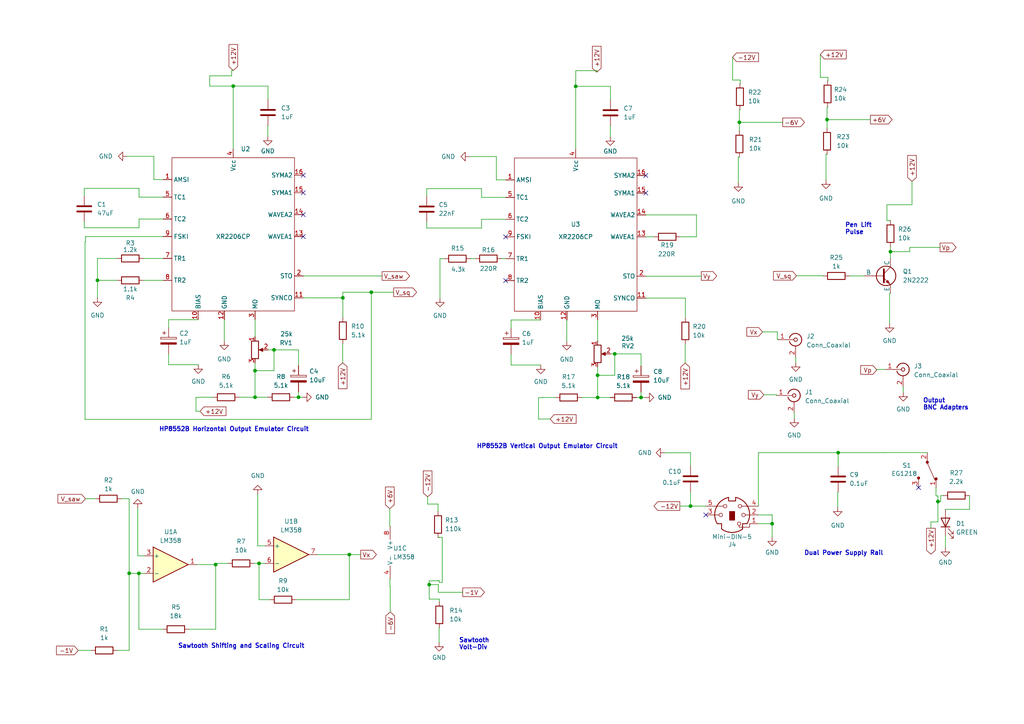
<source format=kicad_sch>
(kicad_sch (version 20230121) (generator eeschema)
  (paper "A4")
  (title_block (title "HP141T Emulator Design") (date "2025-04-10") (rev "v02") (company "by Bonga Njamela") (comment 1 "Research Project") (comment 2 "EEE4022F 2025") (comment 3 "University of Cape Town"))
  (lib_symbols
    (symbol "Amplifier_Operational:LM358" (pin_names (offset 0.127))
      (property "Reference" "U" (at 0 5.08 0))
      (property "Value" "LM358" (at 0 -5.08 0))
      (symbol "LM358_1_1"
        (polyline (pts (xy -5.08 5.08) (xy 5.08 0) (xy -5.08 -5.08) (xy -5.08 5.08)) (stroke (width 0.254)) (fill (type background)))
        (pin output line (at 7.62 0 180) (length 2.54) (name "~") (number "1"))
        (pin input line (at -7.62 -2.54 0) (length 2.54) (name "-") (number "2"))
        (pin input line (at -7.62 2.54 0) (length 2.54) (name "+") (number "3"))
      )
      (symbol "LM358_2_1"
        (polyline (pts (xy -5.08 5.08) (xy 5.08 0) (xy -5.08 -5.08) (xy -5.08 5.08)) (stroke (width 0.254)) (fill (type background)))
        (pin input line (at -7.62 2.54 0) (length 2.54) (name "+") (number "5"))
        (pin input line (at -7.62 -2.54 0) (length 2.54) (name "-") (number "6"))
        (pin output line (at 7.62 0 180) (length 2.54) (name "~") (number "7"))
      )
      (symbol "LM358_3_1"
        (pin power_in line (at -2.54 -7.62 90) (length 3.81) (name "V-") (number "4"))
        (pin power_in line (at -2.54 7.62 270) (length 3.81) (name "V+") (number "8"))
      )
    )
    (symbol "Connector:Conn_Coaxial" (pin_names (offset 1.016) hide)
      (property "Reference" "J" (at 0.254 3.048 0))
      (property "Value" "Conn_Coaxial" (at 2.921 0 90))
      (symbol "Conn_Coaxial_0_1"
        (arc (start -1.778 -0.508) (mid 0.2311 -1.8066) (end 1.778 0) (stroke (width 0.254)))
        (polyline (pts (xy -2.54 0) (xy -0.508 0)))
        (polyline (pts (xy 0 -2.54) (xy 0 -1.778)))
        (circle (center 0 0) (radius 0.508) (stroke (width 0.2032)))
        (arc (start 1.778 0) (mid 0.2099 1.8101) (end -1.778 0.508) (stroke (width 0.254)))
      )
      (symbol "Conn_Coaxial_1_1"
        (pin passive line (at -5.08 0 0) (length 2.54) (name "In") (number "1"))
        (pin passive line (at 0 -5.08 90) (length 2.54) (name "Ext") (number "2"))
      )
    )
    (symbol "Connector:Mini-DIN-5" (pin_names (offset 1.016))
      (property "Reference" "J" (at 0 6.35 0))
      (property "Value" "Mini-DIN-5" (at 0 -6.35 0))
      (symbol "Mini-DIN-5_0_1"
        (circle (center -3.302 0) (radius 0.508))
        (arc (start -3.048 -4.064) (mid 0 -5.08) (end 3.048 -4.064) (stroke (width 0.254)))
        (circle (center -2.032 2.54) (radius 0.508))
        (arc (start -1.016 5.08) (mid -4.6228 2.1214) (end -4.318 -2.54) (stroke (width 0.254)))
        (rectangle (start -0.762 1.016) (end 0.762 -1.524) (fill (type outline)))
        (polyline (pts (xy -3.81 0) (xy -5.08 0)))
        (polyline (pts (xy -2.54 2.54) (xy -5.08 2.54)))
        (polyline (pts (xy 2.794 2.54) (xy 5.08 2.54)))
        (polyline (pts (xy 5.08 0) (xy 3.81 0)))
        (polyline (pts (xy -4.318 -2.54) (xy -3.048 -2.54) (xy -3.048 -4.064)) (stroke (width 0.254)))
        (polyline (pts (xy 4.318 -2.54) (xy 3.048 -2.54) (xy 3.048 -4.064)) (stroke (width 0.254)))
        (polyline (pts (xy -1.016 5.08) (xy -1.016 4.064) (xy 1.016 4.064) (xy 1.016 5.08)) (stroke (width 0.254)))
        (polyline (pts (xy 2.032 -3.048) (xy 2.032 -3.556) (xy 5.08 -3.556) (xy 5.08 -2.54)))
        (circle (center 2.032 -2.54) (radius 0.508))
        (circle (center 2.286 2.54) (radius 0.508))
        (circle (center 3.302 0) (radius 0.508))
        (arc (start 4.318 -2.54) (mid 4.6661 2.1322) (end 1.016 5.08) (stroke (width 0.254)))
      )
      (symbol "Mini-DIN-5_1_1"
        (pin passive line (at 7.62 -2.54 180) (length 2.54) (name "~") (number "1"))
        (pin passive line (at 7.62 0 180) (length 2.54) (name "~") (number "2"))
        (pin passive line (at -7.62 0 0) (length 2.54) (name "~") (number "3"))
        (pin passive line (at 7.62 2.54 180) (length 2.54) (name "~") (number "4"))
        (pin passive line (at -7.62 2.54 0) (length 2.54) (name "~") (number "5"))
      )
    )
    (symbol "Device:C" (pin_numbers hide) (pin_names (offset 0.254))
      (property "Reference" "C" (at 0.635 2.54 0))
      (property "Value" "C" (at 0.635 -2.54 0))
      (symbol "C_0_1"
        (polyline (pts (xy -2.032 -0.762) (xy 2.032 -0.762)) (stroke (width 0.508)))
        (polyline (pts (xy -2.032 0.762) (xy 2.032 0.762)) (stroke (width 0.508)))
      )
      (symbol "C_1_1"
        (pin passive line (at 0 3.81 270) (length 2.794) (name "~") (number "1"))
        (pin passive line (at 0 -3.81 90) (length 2.794) (name "~") (number "2"))
      )
    )
    (symbol "Device:C_Polarized" (pin_numbers hide) (pin_names (offset 0.254))
      (property "Reference" "C" (at 0.635 2.54 0))
      (property "Value" "C_Polarized" (at 0.635 -2.54 0))
      (symbol "C_Polarized_0_1"
        (rectangle (start -2.286 0.508) (end 2.286 1.016))
        (polyline (pts (xy -1.778 2.286) (xy -0.762 2.286)))
        (polyline (pts (xy -1.27 2.794) (xy -1.27 1.778)))
        (rectangle (start 2.286 -0.508) (end -2.286 -1.016) (fill (type outline)))
      )
      (symbol "C_Polarized_1_1"
        (pin passive line (at 0 3.81 270) (length 2.794) (name "~") (number "1"))
        (pin passive line (at 0 -3.81 90) (length 2.794) (name "~") (number "2"))
      )
    )
    (symbol "Device:LED" (pin_numbers hide) (pin_names (offset 1.016) hide)
      (property "Reference" "D" (at 0 2.54 0))
      (property "Value" "LED" (at 0 -2.54 0))
      (symbol "LED_0_1"
        (polyline (pts (xy -1.27 -1.27) (xy -1.27 1.27)) (stroke (width 0.254)))
        (polyline (pts (xy -1.27 0) (xy 1.27 0)))
        (polyline (pts (xy 1.27 -1.27) (xy 1.27 1.27) (xy -1.27 0) (xy 1.27 -1.27)) (stroke (width 0.254)))
        (polyline (pts (xy -3.048 -0.762) (xy -4.572 -2.286) (xy -3.81 -2.286) (xy -4.572 -2.286) (xy -4.572 -1.524)))
        (polyline (pts (xy -1.778 -0.762) (xy -3.302 -2.286) (xy -2.54 -2.286) (xy -3.302 -2.286) (xy -3.302 -1.524)))
      )
      (symbol "LED_1_1"
        (pin passive line (at -3.81 0 0) (length 2.54) (name "K") (number "1"))
        (pin passive line (at 3.81 0 180) (length 2.54) (name "A") (number "2"))
      )
    )
    (symbol "Device:R" (pin_numbers hide) (pin_names (offset 0))
      (property "Reference" "R" (at 2.032 0 90))
      (property "Value" "R" (at 0 0 90))
      (symbol "R_0_1"
        (rectangle (start -1.016 -2.54) (end 1.016 2.54) (stroke (width 0.254)))
      )
      (symbol "R_1_1"
        (pin passive line (at 0 3.81 270) (length 1.27) (name "~") (number "1"))
        (pin passive line (at 0 -3.81 90) (length 1.27) (name "~") (number "2"))
      )
    )
    (symbol "Device:R_Potentiometer" (pin_names (offset 1.016) hide)
      (property "Reference" "RV" (at -4.445 0 90))
      (property "Value" "R_Potentiometer" (at -2.54 0 90))
      (symbol "R_Potentiometer_0_1"
        (polyline (pts (xy 2.54 0) (xy 1.524 0)))
        (polyline (pts (xy 1.143 0) (xy 2.286 0.508) (xy 2.286 -0.508) (xy 1.143 0)) (fill (type outline)))
        (rectangle (start 1.016 2.54) (end -1.016 -2.54) (stroke (width 0.254)))
      )
      (symbol "R_Potentiometer_1_1"
        (pin passive line (at 0 3.81 270) (length 1.27) (name "1") (number "1"))
        (pin passive line (at 3.81 0 180) (length 1.27) (name "2") (number "2"))
        (pin passive line (at 0 -3.81 90) (length 1.27) (name "3") (number "3"))
      )
    )
    (symbol "Simulation_SPICE:NPN" (pin_numbers hide) (pin_names (offset 0))
      (property "Reference" "Q" (at -2.54 7.62 0))
      (property "Value" "NPN" (at -2.54 5.08 0))
      (symbol "NPN_0_1"
        (polyline (pts (xy -2.54 0) (xy 0.635 0)) (stroke (width 0.1524)))
        (polyline (pts (xy 0.635 0.635) (xy 2.54 2.54)))
        (polyline (pts (xy 2.794 -1.27) (xy 2.794 -1.27)) (stroke (width 0.1524)))
        (polyline (pts (xy 2.794 -1.27) (xy 2.794 -1.27)) (stroke (width 0.1524)))
        (polyline (pts (xy 0.635 -0.635) (xy 2.54 -2.54) (xy 2.54 -2.54)))
        (polyline (pts (xy 0.635 1.905) (xy 0.635 -1.905) (xy 0.635 -1.905)) (stroke (width 0.508)))
        (polyline (pts (xy 1.27 -1.778) (xy 1.778 -1.27) (xy 2.286 -2.286) (xy 1.27 -1.778) (xy 1.27 -1.778)) (fill (type outline)))
        (circle (center 1.27 0) (radius 2.8194) (stroke (width 0.254)))
      )
      (symbol "NPN_1_1"
        (pin open_collector line (at 2.54 5.08 270) (length 2.54) (name "C") (number "1"))
        (pin input line (at -5.08 0 0) (length 2.54) (name "B") (number "2"))
        (pin open_emitter line (at 2.54 -5.08 90) (length 2.54) (name "E") (number "3"))
      )
    )
    (symbol "dk_Slide-Switches:EG1218" (pin_names (offset 0))
      (property "Reference" "S" (at -3.81 2.286 0))
      (property "Value" "EG1218" (at 0 -5.334 0))
      (symbol "EG1218_0_1"
        (circle (center -2.286 0) (radius 0.3556) (fill (type outline)))
        (polyline (pts (xy -2.032 0) (xy 3.048 2.286)))
        (circle (center 2.286 -2.54) (radius 0.3556) (fill (type outline)))
        (circle (center 2.54 2.54) (radius 0.3556) (fill (type outline)))
      )
      (symbol "EG1218_1_1"
        (pin passive line (at 5.08 2.54 180) (length 2.54) (name "~") (number "1"))
        (pin passive line (at -5.08 0 0) (length 2.54) (name "~") (number "2"))
        (pin passive line (at 5.08 -2.54 180) (length 2.54) (name "~") (number "3"))
      )
    )
    (symbol "power:GND" (power) (pin_names (offset 0))
      (property "Value" "GND" (at 0 -3.81 0))
      (symbol "GND_0_1"
        (polyline (pts (xy 0 0) (xy 0 -1.27) (xy 1.27 -1.27) (xy 0 -2.54) (xy -1.27 -1.27) (xy 0 -1.27)))
      )
      (symbol "GND_1_1"
        (pin power_in line (at 0 0 270) (length 0) hide (name "GND") (number "1"))
      )
    )
    (symbol "xr2206:xr2206cp"
      (property "Reference" "U1" (at 2.1941 25.4 0))
      (property "Value" "XR2206CP" (at 0 0 0))
      (symbol "xr2206cp_0_1"
        (rectangle (start -17.78 22.86) (end 17.78 -21.59))
      )
      (symbol "xr2206cp_1_1"
        (pin input line (at -20.32 16.51 0) (length 2.54) (name "AMSI") (number "1"))
        (pin input line (at -10.16 -24.13 90) (length 2.54) (name "BIAS") (number "10"))
        (pin input line (at 20.32 -17.78 180) (length 2.54) (name "SYNCO") (number "11"))
        (pin input line (at -2.54 -24.13 90) (length 2.54) (name "GND") (number "12"))
        (pin input line (at 20.32 0 180) (length 2.54) (name "WAVEA1") (number "13"))
        (pin input line (at 20.32 6.35 180) (length 2.54) (name "WAVEA2") (number "14"))
        (pin input line (at 20.32 12.7 180) (length 2.54) (name "SYMA1") (number "15"))
        (pin input line (at 20.32 17.78 180) (length 2.54) (name "SYMA2") (number "16"))
        (pin input line (at 20.32 -11.43 180) (length 2.54) (name "STO") (number "2"))
        (pin input line (at 6.35 -24.13 90) (length 2.54) (name "MO") (number "3"))
        (pin power_in line (at 0 25.4 270) (length 2.54) (name "Vcc") (number "4"))
        (pin input line (at -20.32 11.43 0) (length 2.54) (name "TC1") (number "5"))
        (pin input line (at -20.32 5.08 0) (length 2.54) (name "TC2") (number "6"))
        (pin input line (at -20.32 -6.35 0) (length 2.54) (name "TR1") (number "7"))
        (pin input line (at -20.32 -12.7 0) (length 2.54) (name "TR2") (number "8"))
        (pin input line (at -20.32 0 0) (length 2.54) (name "FSKI") (number "9"))
      )
    )
  )
  (junction (at 37.465 166.2684))
  (junction (at 223.9518 151.892))
  (junction (at 99.441 86.3854))
  (junction (at 67.6402 24.9682))
  (junction (at 185.928 115.2906))
  (junction (at 75.1332 163.3982))
  (junction (at 73.9648 107.5182))
  (junction (at 86.5886 115.2144))
  (junction (at 124.4854 169.5704))
  (junction (at 173.3296 115.2906))
  (junction (at 200.279 146.7866))
  (junction (at 79.4766 101.473))
  (junction (at 243.1034 131.2926))
  (junction (at 214.4522 35.4838))
  (junction (at 272.034 145.4658))
  (junction (at 28.2702 81.3054))
  (junction (at 62.5348 163.7538))
  (junction (at 173.3296 108.839))
  (junction (at 40.2844 166.2938))
  (junction (at 73.9648 115.2144))
  (junction (at 101.3206 160.8582))
  (junction (at 258.2672 72.9996))
  (junction (at 178.308 102.6414))
  (junction (at 239.8776 34.6964))
  (junction (at 166.9796 25.0444))
  (junction (at 107.696 84.7598))
  (no_connect (at 87.9602 62.2554))
  (no_connect (at 266.4206 141.4272))
  (no_connect (at 146.6596 81.3816))
  (no_connect (at 87.9602 68.6054))
  (no_connect (at 187.2996 55.9816))
  (no_connect (at 187.2996 50.9016))
  (no_connect (at 87.9602 50.8254))
  (no_connect (at 204.724 149.352))
  (no_connect (at 146.6596 68.6816))
  (no_connect (at 87.9602 55.9054))
  (wire (pts (xy 185.928 113.7412) (xy 185.928 115.2906)))
  (wire (pts (xy 177.0126 36.5252) (xy 177.0634 36.5252)))
  (wire (pts (xy 127.4064 168.9354) (xy 128.27 168.9354)))
  (wire (pts (xy 36.8808 45.339) (xy 44.6278 45.339)))
  (wire (pts (xy 139.6746 57.2516) (xy 139.6746 54.7116)))
  (wire (pts (xy 257.2512 63.9826) (xy 257.937 63.9826)))
  (wire (pts (xy 24.7904 70.1548) (xy 24.7904 68.7324)))
  (wire (pts (xy 124.4854 169.5704) (xy 127.127 169.5704)))
  (wire (pts (xy 24.7904 68.7324) (xy 24.8158 68.7324)))
  (wire (pts (xy 214.4522 35.4838) (xy 227.0252 35.4838)))
  (wire (pts (xy 28.2702 74.9554) (xy 28.2702 81.3054)))
  (wire (pts (xy 86.5886 115.2144) (xy 87.757 115.2144)))
  (wire (pts (xy 92.075 160.8582) (xy 101.3206 160.8582)))
  (wire (pts (xy 99.3902 105.2322) (xy 99.3902 99.7204)))
  (wire (pts (xy 60.833 24.9682) (xy 67.6402 24.9682)))
  (wire (pts (xy 128.27 155.8544) (xy 127.3556 155.8544)))
  (wire (pts (xy 202.0062 62.3316) (xy 187.2996 62.3316)))
  (wire (pts (xy 78.2828 173.9392) (xy 75.1332 173.9392)))
  (wire (pts (xy 225.2472 114.5032) (xy 225.2472 114.7064)))
  (wire (pts (xy 79.4766 101.473) (xy 86.5886 101.473)))
  (wire (pts (xy 85.9028 173.9392) (xy 101.3206 173.9392)))
  (wire (pts (xy 79.4766 107.5182) (xy 79.4766 101.473)))
  (wire (pts (xy 33.9852 74.9554) (xy 28.2702 74.9554)))
  (wire (pts (xy 48.895 102.6668) (xy 48.895 105.791)))
  (wire (pts (xy 128.8542 75.0316) (xy 127.6096 75.0316)))
  (wire (pts (xy 37.4904 166.2938) (xy 40.2844 166.2938)))
  (wire (pts (xy 67.183 21.9964) (xy 67.183 20.4216)))
  (wire (pts (xy 60.833 21.9964) (xy 67.183 21.9964)))
  (wire (pts (xy 37.4904 166.2684) (xy 37.4904 166.2938)))
  (wire (pts (xy 48.895 92.7354) (xy 57.4802 92.7354)))
  (wire (pts (xy 113.1824 177.4952) (xy 113.1824 170.0784)))
  (wire (pts (xy 24.8158 68.6054) (xy 47.3202 68.6054)))
  (wire (pts (xy 39.9542 147.3708) (xy 39.9542 160.4772)))
  (wire (pts (xy 127.3556 186.309) (xy 127.3556 182.1434)))
  (wire (pts (xy 272.034 143.8402) (xy 271.4752 143.8402)))
  (wire (pts (xy 127.6096 75.0316) (xy 127.6096 86.4616)))
  (wire (pts (xy 61.7728 115.2144) (xy 57.9882 115.2144)))
  (wire (pts (xy 243.1034 131.2926) (xy 243.1034 135.1534)))
  (wire (pts (xy 145.4658 75.0316) (xy 145.4658 75.0062)))
  (wire (pts (xy 139.6746 63.6016) (xy 146.6596 63.6016)))
  (wire (pts (xy 272.8468 143.7386) (xy 272.8468 145.4658)))
  (wire (pts (xy 230.378 121.3358) (xy 230.378 119.7864)))
  (wire (pts (xy 256.921 131.2926) (xy 256.921 131.2672)))
  (wire (pts (xy 261.9756 112.2426) (xy 261.9248 112.2426)))
  (wire (pts (xy 214.4522 31.8516) (xy 214.6046 31.8516)))
  (wire (pts (xy 47.3202 57.1754) (xy 40.3352 57.1754)))
  (wire (pts (xy 124.0282 144.0942) (xy 124.0282 146.2024)))
  (wire (pts (xy 167.005 20.4978) (xy 173.2026 20.4978)))
  (wire (pts (xy 40.2844 166.2938) (xy 41.8846 166.2938)))
  (wire (pts (xy 86.5886 106.045) (xy 86.5886 101.473)))
  (wire (pts (xy 73.9648 105.283) (xy 73.9648 107.5182)))
  (wire (pts (xy 239.8776 34.6964) (xy 239.8776 31.0642)))
  (wire (pts (xy 257.937 63.9826) (xy 257.937 63.9572)))
  (wire (pts (xy 28.2702 81.3054) (xy 28.2702 86.3854)))
  (wire (pts (xy 73.9648 115.2144) (xy 77.6732 115.2144)))
  (wire (pts (xy 40.3352 54.6354) (xy 24.4348 54.6354)))
  (wire (pts (xy 225.4504 98.4504) (xy 225.679 98.4504)))
  (wire (pts (xy 113.0554 152.654) (xy 113.157 152.654)))
  (wire (pts (xy 223.9518 151.892) (xy 223.9518 155.7528)))
  (wire (pts (xy 187.2996 80.1116) (xy 203.4032 80.1116)))
  (wire (pts (xy 258.0132 93.853) (xy 258.0132 85.09)))
  (wire (pts (xy 161.1122 115.2906) (xy 157.3276 115.2906)))
  (wire (pts (xy 185.928 102.6414) (xy 185.928 106.1212)))
  (wire (pts (xy 62.5348 163.7538) (xy 62.5602 163.7538)))
  (wire (pts (xy 198.7296 99.7966) (xy 198.7804 99.7966)))
  (wire (pts (xy 214.7062 23.2156) (xy 214.7062 24.2316)))
  (wire (pts (xy 212.4964 16.6116) (xy 212.4964 23.2156)))
  (wire (pts (xy 75.1332 173.9392) (xy 75.1332 163.3982)))
  (wire (pts (xy 148.2344 105.8672) (xy 156.845 105.8672)))
  (wire (pts (xy 168.7322 115.2906) (xy 173.3296 115.2906)))
  (wire (pts (xy 178.308 108.839) (xy 178.308 102.6414)))
  (wire (pts (xy 258.0132 85.09) (xy 258.2672 85.09)))
  (wire (pts (xy 139.6746 66.1416) (xy 139.6746 63.6016)))
  (wire (pts (xy 37.465 144.7546) (xy 37.465 166.2684)))
  (wire (pts (xy 76.835 158.3182) (xy 74.7522 158.3182)))
  (wire (pts (xy 44.6278 52.0954) (xy 44.6278 45.339)))
  (wire (pts (xy 200.279 142.6972) (xy 200.279 146.7866)))
  (wire (pts (xy 223.9518 149.3266) (xy 223.9518 151.892)))
  (wire (pts (xy 271.4752 141.4272) (xy 271.5006 141.4272)))
  (wire (pts (xy 272.034 143.8402) (xy 272.034 145.4658)))
  (wire (pts (xy 214.1474 52.9844) (xy 214.1474 45.5676)))
  (wire (pts (xy 225.4504 96.266) (xy 225.4504 98.4504)))
  (wire (pts (xy 184.6326 115.2906) (xy 185.928 115.2906)))
  (wire (pts (xy 127.4064 173.7614) (xy 127.4064 174.5234)))
  (wire (pts (xy 22.6822 188.6458) (xy 26.416 188.6458)))
  (wire (pts (xy 173.3296 108.839) (xy 178.308 108.839)))
  (wire (pts (xy 124.4854 168.4528) (xy 124.4854 169.5704)))
  (wire (pts (xy 37.4904 166.2684) (xy 37.465 166.2684)))
  (wire (pts (xy 67.183 20.4216) (xy 67.6656 20.4216)))
  (wire (pts (xy 136.2202 45.4152) (xy 143.9672 45.4152)))
  (wire (pts (xy 219.964 151.892) (xy 223.9518 151.892)))
  (wire (pts (xy 87.9602 86.3854) (xy 99.441 86.3854)))
  (wire (pts (xy 230.378 119.7864) (xy 230.3272 119.7864)))
  (wire (pts (xy 143.9672 52.1716) (xy 143.9672 45.4152)))
  (wire (pts (xy 214.4522 37.9476) (xy 214.4522 35.4838)))
  (wire (pts (xy 274.2184 155.3464) (xy 274.2184 158.8262)))
  (wire (pts (xy 198.7296 105.3084) (xy 198.7296 99.7966)))
  (wire (pts (xy 272.6436 71.755) (xy 263.8806 71.755)))
  (wire (pts (xy 214.7062 24.2316) (xy 214.6046 24.2316)))
  (wire (pts (xy 41.6052 74.9554) (xy 47.3202 74.9554)))
  (wire (pts (xy 212.4964 23.2156) (xy 214.7062 23.2156)))
  (wire (pts (xy 40.2844 182.499) (xy 40.2844 166.2938)))
  (wire (pts (xy 48.895 105.791) (xy 57.5056 105.791)))
  (wire (pts (xy 157.3276 115.316) (xy 156.1846 115.316)))
  (wire (pts (xy 124.4854 169.5704) (xy 124.4854 173.7614)))
  (wire (pts (xy 231.013 79.9846) (xy 238.76 79.9846)))
  (wire (pts (xy 173.3296 92.8116) (xy 173.3296 98.8314)))
  (wire (pts (xy 24.6634 121.6406) (xy 107.696 121.6406)))
  (wire (pts (xy 41.6052 81.3054) (xy 47.3202 81.3054)))
  (wire (pts (xy 157.3276 115.316) (xy 157.3276 115.2906)))
  (wire (pts (xy 254.3048 107.2896) (xy 254.3048 107.1626)))
  (wire (pts (xy 263.8806 71.755) (xy 263.8806 72.9996)))
  (wire (pts (xy 272.034 145.4658) (xy 272.8468 145.4658)))
  (wire (pts (xy 281.2034 147.7264) (xy 281.2034 143.7386)))
  (wire (pts (xy 107.696 84.7598) (xy 114.173 84.7598)))
  (wire (pts (xy 203.4032 80.0354) (xy 203.4032 80.1116)))
  (wire (pts (xy 250.6472 80.0354) (xy 250.6472 80.01)))
  (wire (pts (xy 166.9796 25.0444) (xy 166.9796 43.2816)))
  (wire (pts (xy 240.1316 22.4282) (xy 240.1316 23.4442)))
  (wire (pts (xy 77.724 24.9682) (xy 67.6402 24.9682)))
  (wire (pts (xy 107.696 84.7598) (xy 107.696 121.6406)))
  (wire (pts (xy 40.3352 57.1754) (xy 40.3352 54.6354)))
  (wire (pts (xy 257.937 63.9572) (xy 258.2672 63.9572)))
  (wire (pts (xy 124.4854 173.7614) (xy 127.4064 173.7614)))
  (wire (pts (xy 177.0634 25.0444) (xy 166.9796 25.0444)))
  (wire (pts (xy 219.964 131.2926) (xy 219.964 146.812)))
  (wire (pts (xy 39.9542 160.4772) (xy 39.9796 160.4772)))
  (wire (pts (xy 223.901 149.3266) (xy 223.901 149.352)))
  (wire (pts (xy 113.1062 167.894) (xy 113.157 167.894)))
  (wire (pts (xy 256.921 131.2672) (xy 268.9606 131.2672)))
  (wire (pts (xy 178.308 102.6414) (xy 177.1396 102.6414)))
  (wire (pts (xy 272.8468 143.7386) (xy 273.5834 143.7386)))
  (wire (pts (xy 214.4522 35.4838) (xy 214.4522 31.8516)))
  (wire (pts (xy 73.7362 163.3982) (xy 75.1332 163.3982)))
  (wire (pts (xy 75.1332 163.3982) (xy 76.835 163.3982)))
  (wire (pts (xy 173.0756 20.4724) (xy 173.0756 20.9296)))
  (wire (pts (xy 270.002 151.384) (xy 270.002 153.2128)))
  (wire (pts (xy 39.9796 161.2138) (xy 41.8846 161.2138)))
  (wire (pts (xy 239.8776 37.1602) (xy 239.8776 34.6964)))
  (wire (pts (xy 258.2672 71.5772) (xy 258.2672 72.9996)))
  (wire (pts (xy 264.5156 59.3852) (xy 264.5156 52.6034)))
  (wire (pts (xy 146.6596 75.0316) (xy 145.4658 75.0316)))
  (wire (pts (xy 77.724 28.829) (xy 77.724 24.9682)))
  (wire (pts (xy 242.9764 147.1168) (xy 242.9764 142.7734)))
  (wire (pts (xy 99.441 92.1004) (xy 99.441 86.3854)))
  (wire (pts (xy 73.9902 97.663) (xy 73.9648 97.663)))
  (wire (pts (xy 167.005 20.4978) (xy 166.9796 25.0444)))
  (wire (pts (xy 197.3326 68.6816) (xy 202.0062 68.6816)))
  (wire (pts (xy 127.0508 168.3766) (xy 127.4064 168.3766)))
  (wire (pts (xy 197.1802 146.7866) (xy 200.279 146.7866)))
  (wire (pts (xy 137.8458 75.0062) (xy 136.4742 75.0062)))
  (wire (pts (xy 261.9756 113.792) (xy 261.9756 112.2426)))
  (wire (pts (xy 200.279 131.318) (xy 200.279 135.0772)))
  (wire (pts (xy 254.3048 107.1626) (xy 256.8448 107.1626)))
  (wire (pts (xy 238.76 79.9846) (xy 238.76 80.0354)))
  (wire (pts (xy 237.9218 15.8242) (xy 237.9218 22.4282)))
  (wire (pts (xy 86.5886 113.665) (xy 86.5886 115.2144)))
  (wire (pts (xy 47.3202 52.0954) (xy 44.6278 52.0954)))
  (wire (pts (xy 127.0508 168.4528) (xy 127.0508 168.3766)))
  (wire (pts (xy 87.9602 80.0354) (xy 110.8202 80.0354)))
  (wire (pts (xy 85.2932 115.2144) (xy 86.5886 115.2144)))
  (wire (pts (xy 60.833 21.9964) (xy 60.833 24.9682)))
  (wire (pts (xy 65.0494 92.7354) (xy 65.1002 92.7354)))
  (wire (pts (xy 47.1932 182.499) (xy 40.2844 182.499)))
  (wire (pts (xy 148.2344 102.743) (xy 148.2344 105.8672)))
  (wire (pts (xy 67.6402 24.9682) (xy 67.6402 43.2054)))
  (wire (pts (xy 40.3352 66.0654) (xy 40.3352 63.5254)))
  (wire (pts (xy 214.1474 45.5676) (xy 214.4522 45.5676)))
  (wire (pts (xy 173.2026 20.4724) (xy 173.2026 20.4978)))
  (wire (pts (xy 123.7742 66.1416) (xy 139.6746 66.1416)))
  (wire (pts (xy 187.2996 86.4616) (xy 198.7804 86.4616)))
  (wire (pts (xy 62.5348 163.3982) (xy 62.5348 163.7538)))
  (wire (pts (xy 164.3888 98.9838) (xy 164.3888 92.8116)))
  (wire (pts (xy 127.3556 155.8544) (xy 127.3556 155.9306)))
  (wire (pts (xy 127.0508 146.2024) (xy 127.0508 148.3106)))
  (wire (pts (xy 187.2996 68.6816) (xy 189.7126 68.6816)))
  (wire (pts (xy 239.8776 34.6964) (xy 252.4506 34.6964)))
  (wire (pts (xy 99.3902 99.7204) (xy 99.441 99.7204)))
  (wire (pts (xy 40.3352 63.5254) (xy 47.3202 63.5254)))
  (wire (pts (xy 73.9648 107.5182) (xy 73.9648 115.2144)))
  (wire (pts (xy 156.1846 115.316) (xy 156.1846 121.539)))
  (wire (pts (xy 239.8776 31.0642) (xy 240.03 31.0642)))
  (wire (pts (xy 177.0126 39.6494) (xy 177.0126 36.5252)))
  (wire (pts (xy 230.8098 105.156) (xy 230.8098 103.6066)))
  (wire (pts (xy 99.441 84.7598) (xy 99.441 86.3854)))
  (wire (pts (xy 258.2672 72.9996) (xy 258.2672 74.93)))
  (wire (pts (xy 57.9882 115.2398) (xy 56.8452 115.2398)))
  (wire (pts (xy 173.3296 115.2906) (xy 177.0126 115.2906)))
  (wire (pts (xy 185.928 115.2906) (xy 187.0964 115.2906)))
  (wire (pts (xy 57.1246 163.7538) (xy 62.5348 163.7538)))
  (wire (pts (xy 257.2512 59.3852) (xy 264.5156 59.3852)))
  (wire (pts (xy 127.3556 155.9306) (xy 127.0508 155.9306)))
  (wire (pts (xy 200.279 146.7866) (xy 204.724 146.7866)))
  (wire (pts (xy 128.27 168.9354) (xy 128.27 155.8544)))
  (wire (pts (xy 237.9218 22.4282) (xy 240.1316 22.4282)))
  (wire (pts (xy 37.4142 144.653) (xy 35.2552 144.653)))
  (wire (pts (xy 39.9796 160.4772) (xy 39.9796 161.2138)))
  (wire (pts (xy 123.7742 54.7116) (xy 123.7742 56.8452)))
  (wire (pts (xy 69.3928 115.2144) (xy 73.9648 115.2144)))
  (wire (pts (xy 37.465 144.7546) (xy 37.4142 144.7546)))
  (wire (pts (xy 274.2184 147.7264) (xy 281.2034 147.7264)))
  (wire (pts (xy 164.3888 92.8116) (xy 164.4396 92.8116)))
  (wire (pts (xy 56.8452 119.2784) (xy 58.039 119.2784)))
  (wire (pts (xy 198.7804 92.1766) (xy 198.7804 86.4616)))
  (wire (pts (xy 54.8132 182.499) (xy 62.5602 182.499)))
  (wire (pts (xy 202.0062 68.6816) (xy 202.0062 62.3316)))
  (wire (pts (xy 148.2344 92.8116) (xy 156.8196 92.8116)))
  (wire (pts (xy 270.002 151.384) (xy 272.034 151.384)))
  (wire (pts (xy 246.38 80.0354) (xy 250.6472 80.0354)))
  (wire (pts (xy 24.7904 144.653) (xy 27.6352 144.653)))
  (wire (pts (xy 204.724 146.7866) (xy 204.724 146.812)))
  (wire (pts (xy 124.0282 146.2024) (xy 127.0508 146.2024)))
  (wire (pts (xy 77.6732 36.449) (xy 77.724 36.449)))
  (wire (pts (xy 62.5602 163.7538) (xy 62.5602 182.499)))
  (wire (pts (xy 173.3296 106.4514) (xy 173.3296 108.839)))
  (wire (pts (xy 73.9902 92.7354) (xy 73.9902 97.663)))
  (wire (pts (xy 272.034 145.4658) (xy 272.034 151.384)))
  (wire (pts (xy 156.1846 121.539) (xy 159.5882 121.539)))
  (wire (pts (xy 139.6746 54.7116) (xy 123.7742 54.7116)))
  (wire (pts (xy 219.964 131.2926) (xy 243.1034 131.2926)))
  (wire (pts (xy 57.9882 115.2398) (xy 57.9882 115.2144)))
  (wire (pts (xy 113.1824 170.0784) (xy 113.1062 170.0784)))
  (wire (pts (xy 24.8158 68.7324) (xy 24.8158 68.6054)))
  (wire (pts (xy 243.1034 131.2926) (xy 256.921 131.2926)))
  (wire (pts (xy 24.6634 70.1548) (xy 24.7904 70.1548)))
  (wire (pts (xy 221.5388 114.5032) (xy 225.2472 114.5032)))
  (wire (pts (xy 257.2512 59.3852) (xy 257.2512 63.9826)))
  (wire (pts (xy 123.7742 64.4652) (xy 123.7742 66.1416)))
  (wire (pts (xy 48.895 95.0468) (xy 48.895 92.7354)))
  (wire (pts (xy 101.3206 173.9392) (xy 101.3206 160.8582)))
  (wire (pts (xy 73.9648 107.5182) (xy 79.4766 107.5182)))
  (wire (pts (xy 240.1316 23.4442) (xy 240.03 23.4442)))
  (wire (pts (xy 113.0554 147.5486) (xy 113.0554 152.654)))
  (wire (pts (xy 24.6634 70.1548) (xy 24.6634 121.6406)))
  (wire (pts (xy 66.1162 163.3982) (xy 62.5348 163.3982)))
  (wire (pts (xy 239.5728 44.7802) (xy 239.8776 44.7802)))
  (wire (pts (xy 77.6732 39.5732) (xy 77.6732 36.449)))
  (wire (pts (xy 34.036 188.6458) (xy 37.465 188.6458)))
  (wire (pts (xy 127.3556 182.1434) (xy 127.4064 182.1434)))
  (wire (pts (xy 146.6596 52.1716) (xy 143.9672 52.1716)))
  (wire (pts (xy 173.2026 20.4724) (xy 173.0756 20.4724)))
  (wire (pts (xy 223.901 149.3266) (xy 223.9518 149.3266)))
  (wire (pts (xy 124.4854 168.4528) (xy 127.0508 168.4528)))
  (wire (pts (xy 24.4348 54.6354) (xy 24.4348 56.769)))
  (wire (pts (xy 74.7522 143.3068) (xy 74.7522 158.3182)))
  (wire (pts (xy 136.4742 75.0062) (xy 136.4742 75.0316)))
  (wire (pts (xy 37.465 166.2684) (xy 37.465 188.6458)))
  (wire (pts (xy 263.8806 72.9996) (xy 258.2672 72.9996)))
  (wire (pts (xy 65.0494 98.9076) (xy 65.0494 92.7354)))
  (wire (pts (xy 192.8368 131.318) (xy 200.279 131.318)))
  (wire (pts (xy 24.4348 64.389) (xy 24.4348 66.0654)))
  (wire (pts (xy 99.441 84.7598) (xy 107.696 84.7598)))
  (wire (pts (xy 127.127 171.7802) (xy 127.127 169.5704)))
  (wire (pts (xy 37.4142 144.7546) (xy 37.4142 144.653)))
  (wire (pts (xy 173.3296 108.839) (xy 173.3296 115.2906)))
  (wire (pts (xy 185.928 102.6414) (xy 178.308 102.6414)))
  (wire (pts (xy 148.2344 95.123) (xy 148.2344 92.8116)))
  (wire (pts (xy 177.0634 28.9052) (xy 177.0634 25.0444)))
  (wire (pts (xy 239.5728 52.197) (xy 239.5728 44.7802)))
  (wire (pts (xy 24.4348 66.0654) (xy 40.3352 66.0654)))
  (wire (pts (xy 101.3206 160.8582) (xy 104.6226 160.8582)))
  (wire (pts (xy 134.2136 171.7802) (xy 127.127 171.7802)))
  (wire (pts (xy 242.9764 142.7734) (xy 243.1034 142.7734)))
  (wire (pts (xy 230.8098 103.6066) (xy 230.759 103.6066)))
  (wire (pts (xy 28.2702 81.3054) (xy 33.9852 81.3054)))
  (wire (pts (xy 225.679 98.4504) (xy 225.679 98.5266)))
  (wire (pts (xy 146.6596 57.2516) (xy 139.6746 57.2516)))
  (wire (pts (xy 127.4064 168.3766) (xy 127.4064 168.9354)))
  (wire (pts (xy 271.4752 143.8402) (xy 271.4752 141.4272)))
  (wire (pts (xy 225.4504 96.266) (xy 221.1578 96.266)))
  (wire (pts (xy 56.8452 115.2398) (xy 56.8452 119.2784)))
  (wire (pts (xy 77.7748 101.473) (xy 79.4766 101.473)))
  (wire (pts (xy 223.901 149.352) (xy 219.964 149.352)))
  (wire (pts (xy 113.1062 170.0784) (xy 113.1062 167.894)))
  (text "Dual Power Supply Rail" (at 233.1974 161.2646 0) (effects (font (size 1.27 1.27) bold) (justify left bottom)))
  (text "Sawtooth Shifting and Scaling Circuit" (at 51.5874 188.214 0) (effects (font (size 1.27 1.27) (thickness 0.254) bold) (justify left bottom)))
  (text "Output \nBNC Adapters" (at 267.6652 119.0752 0) (effects (font (size 1.27 1.27) bold) (justify left bottom)))
  (text "Pen Lift\nPulse" (at 245.0592 68.199 0) (effects (font (size 1.27 1.27) bold) (justify left bottom)))
  (text "HP8552B Horizontal Output Emulator Circuit" (at 46.0756 125.349 0) (effects (font (size 1.27 1.27) (thickness 0.254) bold) (justify left bottom)))
  (text "Sawtooth\nVolt-Div" (at 133.096 188.6204 0) (effects (font (size 1.27 1.27) bold) (justify left bottom)))
  (text "HP8552B Vertical Output Emulator Circuit" (at 138.2014 130.2766 0) (effects (font (size 1.27 1.27) (thickness 0.254) bold) (justify left bottom)))
  (global_label "-12V" (shape input) (at 124.0282 144.0942 90) (property "Intersheetrefs" "${INTERSHEET_REFS}" (effects hide)))
  (global_label "V_sq" (shape input) (at 231.013 79.9846 180) (property "Intersheetrefs" "${INTERSHEET_REFS}" (effects hide)))
  (global_label "+12V" (shape input) (at 264.5156 52.6034 90) (property "Intersheetrefs" "${INTERSHEET_REFS}" (effects hide)))
  (global_label "V_saw" (shape output) (at 110.8202 80.0354 0) (property "Intersheetrefs" "${INTERSHEET_REFS}" (effects hide)))
  (global_label "+12V" (shape output) (at 270.002 153.2128 270) (property "Intersheetrefs" "${INTERSHEET_REFS}" (effects hide)))
  (global_label "+6V" (shape input) (at 113.0554 147.5486 90) (property "Intersheetrefs" "${INTERSHEET_REFS}" (effects hide)))
  (global_label "Vx" (shape output) (at 104.6226 160.8582 0) (property "Intersheetrefs" "${INTERSHEET_REFS}" (effects hide)))
  (global_label "+12V" (shape input) (at 198.7296 105.3084 270) (property "Intersheetrefs" "${INTERSHEET_REFS}" (effects hide)))
  (global_label "+12V" (shape input) (at 58.039 119.2784 0) (property "Intersheetrefs" "${INTERSHEET_REFS}" (effects hide)))
  (global_label "Vp" (shape output) (at 272.6436 71.755 0) (property "Intersheetrefs" "${INTERSHEET_REFS}" (effects hide)))
  (global_label "-12V" (shape output) (at 197.1802 146.7866 180) (property "Intersheetrefs" "${INTERSHEET_REFS}" (effects hide)))
  (global_label "+6V" (shape output) (at 252.4506 34.6964 0) (property "Intersheetrefs" "${INTERSHEET_REFS}" (effects hide)))
  (global_label "Vy" (shape output) (at 203.4032 80.0354 0) (property "Intersheetrefs" "${INTERSHEET_REFS}" (effects hide)))
  (global_label "-1V" (shape output) (at 134.2136 171.7802 0) (property "Intersheetrefs" "${INTERSHEET_REFS}" (effects hide)))
  (global_label "Vp" (shape input) (at 254.3048 107.2896 180) (property "Intersheetrefs" "${INTERSHEET_REFS}" (effects hide)))
  (global_label "V_saw" (shape input) (at 24.7904 144.653 180) (property "Intersheetrefs" "${INTERSHEET_REFS}" (effects hide)))
  (global_label "-12V" (shape input) (at 212.4964 16.6116 0) (property "Intersheetrefs" "${INTERSHEET_REFS}" (effects hide)))
  (global_label "-6V" (shape input) (at 113.1824 177.4952 270) (property "Intersheetrefs" "${INTERSHEET_REFS}" (effects hide)))
  (global_label "Vx" (shape input) (at 221.1578 96.266 180) (property "Intersheetrefs" "${INTERSHEET_REFS}" (effects hide)))
  (global_label "+12V" (shape input) (at 159.5882 121.539 0) (property "Intersheetrefs" "${INTERSHEET_REFS}" (effects hide)))
  (global_label "-6V" (shape output) (at 227.0252 35.4838 0) (property "Intersheetrefs" "${INTERSHEET_REFS}" (effects hide)))
  (global_label "Vy" (shape input) (at 221.5388 114.5032 180) (property "Intersheetrefs" "${INTERSHEET_REFS}" (effects hide)))
  (global_label "+12V" (shape input) (at 67.6656 20.4216 90) (property "Intersheetrefs" "${INTERSHEET_REFS}" (effects hide)))
  (global_label "-1V" (shape input) (at 22.6822 188.6458 180) (property "Intersheetrefs" "${INTERSHEET_REFS}" (effects hide)))
  (global_label "V_sq" (shape output) (at 114.173 84.7598 0) (property "Intersheetrefs" "${INTERSHEET_REFS}" (effects hide)))
  (global_label "+12V" (shape input) (at 99.3902 105.2322 270) (property "Intersheetrefs" "${INTERSHEET_REFS}" (effects hide)))
  (global_label "+12V" (shape input) (at 173.0756 20.9296 90) (property "Intersheetrefs" "${INTERSHEET_REFS}" (effects hide)))
  (global_label "+12V" (shape input) (at 237.9218 15.8242 0) (property "Intersheetrefs" "${INTERSHEET_REFS}" (effects hide)))
  (symbol (lib_id "Amplifier_Operational:LM358") (at 49.5046 163.7538 0) (unit 1)
    (property "Reference" "U1" (at 49.5046 154.2542 0))
    (property "Value" "LM358" (at 49.5046 156.7942 0))
    (property "Footprint" "Package_DIP:DIP-8_W7.62mm_Socket" (effects hide))
    (property "Datasheet" "http://www.ti.com/lit/ds/symlink/lm2904-n.pdf" (effects hide))
  )
  (symbol (lib_id "power:GND") (at 242.9764 147.1168 0) (unit 1)
    (property "Reference" "#PWR025" (effects hide))
    (property "Value" "GND" (at 242.9764 152.4 0))
  )
  (symbol (lib_id "power:GND") (at 274.2184 158.8262 0) (unit 1)
    (property "Reference" "#PWR024" (effects hide))
    (property "Value" "GND" (at 274.2184 163.1188 0))
  )
  (symbol (lib_id "power:GND") (at 177.0126 39.6494 0) (unit 1)
    (property "Reference" "#PWR016" (effects hide))
    (property "Value" "GND" (at 177.0126 43.8912 0))
  )
  (symbol (lib_id "Device:R") (at 127.4064 178.3334 0) (unit 1)
    (property "Reference" "R14" (at 130.3274 177.0634 0) (effects (justify left)))
    (property "Value" "10k" (at 130.3274 179.6034 0) (effects (justify left)))
    (property "Footprint" "Resistor_THT:R_Axial_DIN0207_L6.3mm_D2.5mm_P7.62mm_Horizontal" (effects hide))
  )
  (symbol (lib_id "Device:C_Polarized") (at 48.895 98.8568 0) (unit 1)
    (property "Reference" "C2" (at 51.9938 96.6978 0) (effects (justify left)))
    (property "Value" "1uF" (at 51.9938 99.2378 0) (effects (justify left)))
    (property "Footprint" "Capacitor_THT:CP_Radial_D6.3mm_P2.50mm" (effects hide))
  )
  (symbol (lib_id "Device:R") (at 239.8776 40.9702 0) (unit 1)
    (property "Reference" "R23" (at 242.6208 39.7002 0) (effects (justify left)))
    (property "Value" "10k" (at 242.6208 42.2402 0) (effects (justify left)))
    (property "Footprint" "Resistor_THT:R_Axial_DIN0207_L6.3mm_D2.5mm_P7.62mm_Horizontal" (effects hide))
  )
  (symbol (lib_id "power:GND") (at 127.6096 86.4616 0) (unit 1)
    (property "Reference" "#PWR011" (effects hide))
    (property "Value" "GND" (at 127.6096 91.5416 0))
  )
  (symbol (lib_id "power:GND") (at 57.5056 105.791 0) (unit 1)
    (property "Reference" "#PWR04" (effects hide))
    (property "Value" "GND" (at 57.5056 110.6424 0))
  )
  (symbol (lib_id "Device:R") (at 198.7804 95.9866 0) (unit 1)
    (property "Reference" "R20" (at 200.8632 94.7166 0) (effects (justify left)))
    (property "Value" "10k" (at 200.8632 97.2566 0) (effects (justify left)))
    (property "Footprint" "Resistor_THT:R_Axial_DIN0207_L6.3mm_D2.5mm_P7.62mm_Horizontal" (effects hide))
  )
  (symbol (lib_id "Device:R") (at 193.5226 68.6816 90) (unit 1)
    (property "Reference" "R19" (at 193.5226 71.0946 90))
    (property "Value" "220R" (at 193.3448 73.6854 90))
    (property "Footprint" "Resistor_THT:R_Axial_DIN0207_L6.3mm_D2.5mm_P7.62mm_Horizontal" (effects hide))
  )
  (symbol (lib_id "Device:R") (at 180.8226 115.2906 90) (unit 1)
    (property "Reference" "R18" (at 180.8226 109.3216 90))
    (property "Value" "5.1k" (at 180.8226 111.8616 90))
    (property "Footprint" "Resistor_THT:R_Axial_DIN0207_L6.3mm_D2.5mm_P7.62mm_Horizontal" (effects hide))
  )
  (symbol (lib_id "Device:C") (at 243.1034 138.9634 0) (unit 1)
    (property "Reference" "C9" (at 246.38 137.6934 0) (effects (justify left)))
    (property "Value" "0.1uF" (at 246.38 140.2334 0) (effects (justify left)))
    (property "Footprint" "Capacitor_THT:C_Axial_L3.8mm_D2.6mm_P7.50mm_Horizontal" (effects hide))
  )
  (symbol (lib_id "Device:R") (at 69.9262 163.3982 90) (unit 1)
    (property "Reference" "R7" (at 69.9262 157.0482 90))
    (property "Value" "10k" (at 69.9262 159.5882 90))
    (property "Footprint" "Resistor_THT:R_Axial_DIN0207_L6.3mm_D2.5mm_P7.62mm_Horizontal" (effects hide))
  )
  (symbol (lib_id "power:GND") (at 230.378 121.3358 0) (unit 1)
    (property "Reference" "#PWR019" (effects hide))
    (property "Value" "GND" (at 230.378 126.238 0))
  )
  (symbol (lib_id "power:GND") (at 28.2702 86.3854 0) (unit 1)
    (property "Reference" "#PWR01" (effects hide))
    (property "Value" "GND" (at 28.2702 91.4654 0))
  )
  (symbol (lib_id "Device:R") (at 31.4452 144.653 90) (unit 1)
    (property "Reference" "R2" (at 31.4452 139.2682 90))
    (property "Value" "1k" (at 31.4452 141.8082 90))
    (property "Footprint" "Resistor_THT:R_Axial_DIN0207_L6.3mm_D2.5mm_P7.62mm_Horizontal" (effects hide))
  )
  (symbol (lib_id "dk_Slide-Switches:EG1218") (at 268.9606 136.3472 270) (unit 1)
    (property "Reference" "S1" (at 261.6962 135.001 90) (effects (justify left)))
    (property "Value" "EG1218" (at 258.5466 137.3632 90) (effects (justify left)))
    (property "Footprint" "digikey-footprints:Switch_Slide_11.6x4mm_EG1218" (effects hide))
    (property "Datasheet" "http://spec_sheets.e-switch.com/specs/P040040.pdf" (effects hide))
    (property "Digi-Key_PN" "EG1903-ND" (effects hide))
    (property "MPN" "EG1218" (effects hide))
    (property "Category" "Switches" (effects hide))
    (property "Family" "Slide Switches" (effects hide))
    (property "DK_Datasheet_Link" "http://spec_sheets.e-switch.com/specs/P040040.pdf" (effects hide))
    (property "DK_Detail_Page" "/product-detail/en/e-switch/EG1218/EG1903-ND/101726" (effects hide))
    (property "Description" "SWITCH SLIDE SPDT 200MA 30V" (effects hide))
    (property "Manufacturer" "E-Switch" (effects hide))
    (property "Status" "Active" (effects hide))
  )
  (symbol (lib_id "power:GND") (at 156.845 105.8672 0) (unit 1)
    (property "Reference" "#PWR013" (effects hide))
    (property "Value" "GND" (at 156.845 110.7186 0))
  )
  (symbol (lib_id "Device:C") (at 77.724 32.639 0) (unit 1)
    (property "Reference" "C3" (at 81.4832 31.369 0) (effects (justify left)))
    (property "Value" "1uF" (at 81.4832 33.909 0) (effects (justify left)))
    (property "Footprint" "Capacitor_THT:C_Axial_L3.8mm_D2.6mm_P7.50mm_Horizontal" (effects hide))
  )
  (symbol (lib_id "Connector:Conn_Coaxial") (at 230.3272 114.7064 0) (unit 1)
    (property "Reference" "J1" (at 233.4514 113.7296 0) (effects (justify left)))
    (property "Value" "Conn_Coaxial" (at 233.4514 116.2696 0) (effects (justify left)))
    (property "Footprint" "Connector_Coaxial:BNC_Amphenol_B6252HB-NPP3G-50_Horizontal" (effects hide))
    (property "Datasheet" " ~" (effects hide))
  )
  (symbol (lib_id "Device:R") (at 277.3934 143.7386 90) (unit 1)
    (property "Reference" "R27" (at 277.3934 137.16 90))
    (property "Value" "2.2k" (at 277.3934 139.7 90))
    (property "Footprint" "Resistor_THT:R_Axial_DIN0207_L6.3mm_D2.5mm_P7.62mm_Horizontal" (effects hide))
  )
  (symbol (lib_id "Device:R_Potentiometer") (at 73.9648 101.473 0) (unit 1)
    (property "Reference" "RV1" (at 84.8868 99.441 0) (effects (justify right)))
    (property "Value" "25k" (at 84.9376 96.8756 0) (effects (justify right)))
    (property "Footprint" "bourns:BOURNS-3362P_pot" (effects hide))
  )
  (symbol (lib_id "Simulation_SPICE:NPN") (at 255.7272 80.01 0) (unit 1)
    (property "Reference" "Q1" (at 261.8232 78.74 0) (effects (justify left)))
    (property "Value" "2N2222" (at 261.8232 81.28 0) (effects (justify left)))
    (property "Footprint" "Package_TO_SOT_THT:TO-92_Inline" (effects hide))
    (property "Datasheet" "https://ngspice.sourceforge.io/docs/ngspice-html-manual/manual.xhtml#cha_BJTs" (effects hide))
    (property "Sim.Device" "NPN" (effects hide))
    (property "Sim.Type" "GUMMELPOON" (effects hide))
    (property "Sim.Pins" "1=C 2=B 3=E" (effects hide))
  )
  (symbol (lib_id "power:GND") (at 87.757 115.2144 90) (unit 1)
    (property "Reference" "#PWR08" (effects hide))
    (property "Value" "GND" (at 91.3892 115.2144 90) (effects (justify right)))
  )
  (symbol (lib_id "Device:C_Polarized") (at 185.928 109.9312 0) (unit 1)
    (property "Reference" "C8" (at 189.4332 107.7722 0) (effects (justify left)))
    (property "Value" "10uF" (at 189.4332 110.3122 0) (effects (justify left)))
    (property "Footprint" "Capacitor_THT:CP_Radial_D4.0mm_P1.50mm" (effects hide))
  )
  (symbol (lib_id "power:GND") (at 39.9542 147.3708 180) (unit 1)
    (property "Reference" "#PWR03" (effects hide))
    (property "Value" "GND" (at 39.9542 142.5956 0))
  )
  (symbol (lib_id "Device:R") (at 82.0928 173.9392 90) (unit 1)
    (property "Reference" "R9" (at 82.0928 168.4782 90))
    (property "Value" "10k" (at 82.0928 171.0182 90))
    (property "Footprint" "Resistor_THT:R_Axial_DIN0207_L6.3mm_D2.5mm_P7.62mm_Horizontal" (effects hide))
  )
  (symbol (lib_id "Device:R") (at 51.0032 182.499 90) (unit 1)
    (property "Reference" "R5" (at 51.0032 176.0982 90))
    (property "Value" "18k" (at 51.0032 178.6382 90))
    (property "Footprint" "Resistor_THT:R_Axial_DIN0207_L6.3mm_D2.5mm_P7.62mm_Horizontal" (effects hide))
  )
  (symbol (lib_id "Device:R") (at 214.6046 28.0416 0) (unit 1)
    (property "Reference" "R22" (at 216.9414 26.7716 0) (effects (justify left)))
    (property "Value" "10k" (at 216.9414 29.3116 0) (effects (justify left)))
    (property "Footprint" "Resistor_THT:R_Axial_DIN0207_L6.3mm_D2.5mm_P7.62mm_Horizontal" (effects hide))
  )
  (symbol (lib_id "Amplifier_Operational:LM358") (at 84.455 160.8582 0) (unit 2)
    (property "Reference" "U1" (at 84.455 151.2062 0))
    (property "Value" "LM358" (at 84.455 153.7462 0))
    (property "Footprint" "Package_DIP:DIP-8_W7.62mm_Socket" (effects hide))
    (property "Datasheet" "http://www.ti.com/lit/ds/symlink/lm2904-n.pdf" (effects hide))
  )
  (symbol (lib_id "power:GND") (at 230.8098 105.156 0) (unit 1)
    (property "Reference" "#PWR020" (effects hide))
    (property "Value" "GND" (at 230.8098 110.0582 0))
  )
  (symbol (lib_id "Device:R") (at 37.7952 81.3054 270) (unit 1)
    (property "Reference" "R4" (at 37.7952 86.3854 90))
    (property "Value" "1.1k" (at 37.7952 83.8454 90))
    (property "Footprint" "Resistor_THT:R_Axial_DIN0207_L6.3mm_D2.5mm_P7.62mm_Horizontal" (effects hide))
  )
  (symbol (lib_id "Device:R") (at 30.226 188.6458 90) (unit 1)
    (property "Reference" "R1" (at 30.226 182.4482 90))
    (property "Value" "1k" (at 30.226 184.9882 90))
    (property "Footprint" "Resistor_THT:R_Axial_DIN0207_L6.3mm_D2.5mm_P7.62mm_Horizontal" (effects hide))
  )
  (symbol (lib_id "Device:R") (at 164.9222 115.2906 90) (unit 1)
    (property "Reference" "R17" (at 164.9222 109.3216 90))
    (property "Value" "5.1k" (at 164.9222 111.8616 90))
    (property "Footprint" "Resistor_THT:R_Axial_DIN0207_L6.3mm_D2.5mm_P7.62mm_Horizontal" (effects hide))
  )
  (symbol (lib_id "power:GND") (at 136.2202 45.4152 270) (unit 1)
    (property "Reference" "#PWR012" (effects hide))
    (property "Value" "GND" (at 132.0546 45.4152 90) (effects (justify right)))
  )
  (symbol (lib_id "Device:R") (at 141.6558 75.0062 90) (unit 1)
    (property "Reference" "R16" (at 141.6812 72.4916 90))
    (property "Value" "220R" (at 141.6812 77.9018 90))
    (property "Footprint" "Resistor_THT:R_Axial_DIN0207_L6.3mm_D2.5mm_P7.62mm_Horizontal" (effects hide))
  )
  (symbol (lib_id "Device:C_Polarized") (at 148.2344 98.933 0) (unit 1)
    (property "Reference" "C6" (at 151.3332 96.774 0) (effects (justify left)))
    (property "Value" "1uF" (at 151.3332 99.314 0) (effects (justify left)))
    (property "Footprint" "Capacitor_THT:CP_Radial_D6.3mm_P2.50mm" (effects hide))
  )
  (symbol (lib_id "power:GND") (at 74.7522 143.3068 180) (unit 1)
    (property "Reference" "#PWR06" (effects hide))
    (property "Value" "GND" (at 74.7522 137.9982 0))
  )
  (symbol (lib_id "xr2206:xr2206cp") (at 67.6402 68.6054 0) (unit 1)
    (property "Reference" "U2" (at 69.8343 43.2054 0) (effects (justify left)))
    (property "Value" "XR2206CP" (at 67.6402 68.6054 0))
    (property "Footprint" "Digikey:Socket_DIP-16_7.62mm_Conn" (effects hide))
  )
  (symbol (lib_id "Device:C") (at 123.7742 60.6552 0) (unit 1)
    (property "Reference" "C5" (at 127.2032 59.3852 0) (effects (justify left)))
    (property "Value" "22nF" (at 127.2032 61.9252 0) (effects (justify left)))
    (property "Footprint" "Capacitor_THT:C_Axial_L3.8mm_D2.6mm_P7.50mm_Horizontal" (effects hide))
  )
  (symbol (lib_id "power:GND") (at 164.3888 98.9838 0) (unit 1)
    (property "Reference" "#PWR014" (effects hide))
    (property "Value" "GND" (at 164.3888 104.2416 0))
  )
  (symbol (lib_id "Device:R") (at 37.7952 74.9554 270) (unit 1)
    (property "Reference" "R3" (at 37.7952 70.5104 90))
    (property "Value" "1.2k" (at 37.7952 72.4154 90))
    (property "Footprint" "Resistor_THT:R_Axial_DIN0207_L6.3mm_D2.5mm_P7.62mm_Horizontal" (effects hide))
  )
  (symbol (lib_id "power:GND") (at 214.1474 52.9844 0) (unit 1)
    (property "Reference" "#PWR018" (effects hide))
    (property "Value" "GND" (at 214.1474 58.3184 0))
  )
  (symbol (lib_id "Connector:Conn_Coaxial") (at 230.759 98.5266 0) (unit 1)
    (property "Reference" "J2" (at 233.8832 97.5498 0) (effects (justify left)))
    (property "Value" "Conn_Coaxial" (at 233.8832 100.0898 0) (effects (justify left)))
    (property "Footprint" "Connector_Coaxial:BNC_Amphenol_B6252HB-NPP3G-50_Horizontal" (effects hide))
    (property "Datasheet" " ~" (effects hide))
  )
  (symbol (lib_id "power:GND") (at 36.8808 45.339 270) (unit 1)
    (property "Reference" "#PWR02" (effects hide))
    (property "Value" "GND" (at 32.7152 45.339 90) (effects (justify right)))
  )
  (symbol (lib_id "Device:R_Potentiometer") (at 173.3296 102.6414 0) (unit 1)
    (property "Reference" "RV2" (at 183.9976 100.3554 0) (effects (justify right)))
    (property "Value" "25k" (at 183.8452 98.171 0) (effects (justify right)))
    (property "Footprint" "bourns:BOURNS-3362P_pot" (effects hide))
  )
  (symbol (lib_id "Device:R") (at 99.441 95.9104 0) (unit 1)
    (property "Reference" "R10" (at 101.8032 94.6404 0) (effects (justify left)))
    (property "Value" "5.1k" (at 101.8032 97.1804 0) (effects (justify left)))
    (property "Footprint" "Resistor_THT:R_Axial_DIN0207_L6.3mm_D2.5mm_P7.62mm_Horizontal" (effects hide))
  )
  (symbol (lib_id "Device:LED") (at 274.2184 151.5364 90) (unit 1)
    (property "Reference" "D1" (at 277.2664 151.8539 90) (effects (justify right)))
    (property "Value" "GREEN" (at 277.2664 154.3939 90) (effects (justify right)))
    (property "Footprint" "LED_THT:LED_D5.0mm" (effects hide))
  )
  (symbol (lib_id "Connector:Mini-DIN-5") (at 212.344 149.352 0) (unit 1)
    (property "Reference" "J4" (at 212.3948 157.9372 0))
    (property "Value" "Mini-DIN-5" (at 212.3186 155.702 0))
    (property "Footprint" "din41524:PinSocket_DIN41524_1x05_P2.54mm_Vertical" (effects hide))
    (property "Datasheet" "http://service.powerdynamics.com/ec/Catalog17/Section%2011.pdf" (effects hide))
  )
  (symbol (lib_id "power:GND") (at 192.8368 131.318 270) (unit 1)
    (property "Reference" "#PWR026" (effects hide))
    (property "Value" "GND" (at 189.103 131.318 90) (effects (justify right)))
  )
  (symbol (lib_id "Device:R") (at 65.5828 115.2144 90) (unit 1)
    (property "Reference" "R6" (at 65.5828 109.2454 90))
    (property "Value" "5.1k" (at 65.5828 111.7854 90))
    (property "Footprint" "Resistor_THT:R_Axial_DIN0207_L6.3mm_D2.5mm_P7.62mm_Horizontal" (effects hide))
  )
  (symbol (lib_id "power:GND") (at 187.0964 115.2906 90) (unit 1)
    (property "Reference" "#PWR017" (effects hide))
    (property "Value" "GND" (at 190.7286 115.2906 90) (effects (justify right)))
  )
  (symbol (lib_id "power:GND") (at 77.6732 39.5732 0) (unit 1)
    (property "Reference" "#PWR07" (effects hide))
    (property "Value" "GND" (at 77.6732 43.815 0))
  )
  (symbol (lib_id "power:GND") (at 223.9518 155.7528 0) (unit 1)
    (property "Reference" "#PWR015" (effects hide))
    (property "Value" "GND" (at 223.9518 160.2232 0))
  )
  (symbol (lib_id "Device:C_Polarized") (at 86.5886 109.855 0) (unit 1)
    (property "Reference" "C4" (at 89.6874 107.696 0) (effects (justify left)))
    (property "Value" "10uF" (at 89.6874 110.236 0) (effects (justify left)))
    (property "Footprint" "Capacitor_THT:CP_Radial_D4.0mm_P1.50mm" (effects hide))
  )
  (symbol (lib_id "Connector:Conn_Coaxial") (at 261.9248 107.1626 0) (unit 1)
    (property "Reference" "J3" (at 265.049 106.1858 0) (effects (justify left)))
    (property "Value" "Conn_Coaxial" (at 265.049 108.7258 0) (effects (justify left)))
    (property "Footprint" "Connector_Coaxial:BNC_Amphenol_B6252HB-NPP3G-50_Horizontal" (effects hide))
    (property "Datasheet" " ~" (effects hide))
  )
  (symbol (lib_id "power:GND") (at 258.0132 93.853 0) (unit 1)
    (property "Reference" "#PWR022" (effects hide))
    (property "Value" "GND" (at 258.0132 98.8314 0))
  )
  (symbol (lib_id "Device:C") (at 177.0634 32.7152 0) (unit 1)
    (property "Reference" "C7" (at 180.8226 31.4452 0) (effects (justify left)))
    (property "Value" "1uF" (at 180.8226 33.9852 0) (effects (justify left)))
    (property "Footprint" "Capacitor_THT:C_Axial_L3.8mm_D2.6mm_P7.50mm_Horizontal" (effects hide))
  )
  (symbol (lib_id "power:GND") (at 261.9756 113.792 0) (unit 1)
    (property "Reference" "#PWR023" (effects hide))
    (property "Value" "GND" (at 261.9756 118.6942 0))
  )
  (symbol (lib_id "power:GND") (at 127.3556 186.309 0) (unit 1)
    (property "Reference" "#PWR010" (effects hide))
    (property "Value" "GND" (at 127.3556 190.7032 0))
  )
  (symbol (lib_id "Device:R") (at 81.4832 115.2144 90) (unit 1)
    (property "Reference" "R8" (at 81.4832 109.2454 90))
    (property "Value" "5.1k" (at 81.4832 111.7854 90))
    (property "Footprint" "Resistor_THT:R_Axial_DIN0207_L6.3mm_D2.5mm_P7.62mm_Horizontal" (effects hide))
  )
  (symbol (lib_id "Device:R") (at 242.57 80.0354 90) (unit 1)
    (property "Reference" "R25" (at 242.57 74.7014 90))
    (property "Value" "1k" (at 242.57 77.2414 90))
    (property "Footprint" "Resistor_THT:R_Axial_DIN0207_L6.3mm_D2.5mm_P7.62mm_Horizontal" (effects hide))
  )
  (symbol (lib_id "Device:C") (at 200.279 138.8872 0) (unit 1)
    (property "Reference" "C10" (at 193.7512 136.7536 0) (effects (justify left)))
    (property "Value" "0.1uF" (at 192.1002 139.954 0) (effects (justify left)))
    (property "Footprint" "Capacitor_THT:C_Axial_L3.8mm_D2.6mm_P7.50mm_Horizontal" (effects hide))
  )
  (symbol (lib_id "Device:R") (at 132.6642 75.0316 270) (unit 1)
    (property "Reference" "R15" (at 132.715 72.009 90))
    (property "Value" "4.3k" (at 132.9436 78.1558 90))
    (property "Footprint" "Resistor_THT:R_Axial_DIN0207_L6.3mm_D2.5mm_P7.62mm_Horizontal" (effects hide))
  )
  (symbol (lib_id "xr2206:xr2206cp") (at 166.9796 68.6816 0) (unit 1)
    (property "Reference" "U3" (at 165.5572 65.0748 0) (effects (justify left)))
    (property "Value" "XR2206CP" (at 166.9796 68.6816 0))
    (property "Footprint" "Digikey:Socket_DIP-16_7.62mm_Conn" (effects hide))
  )
  (symbol (lib_id "Amplifier_Operational:LM358") (at 115.697 160.274 0) (unit 3)
    (property "Reference" "U1" (at 114.0206 159.004 0) (effects (justify left)))
    (property "Value" "LM358" (at 114.0206 161.544 0) (effects (justify left)))
    (property "Footprint" "Package_DIP:DIP-8_W7.62mm_Socket" (effects hide))
    (property "Datasheet" "http://www.ti.com/lit/ds/symlink/lm2904-n.pdf" (effects hide))
  )
  (symbol (lib_id "Device:R") (at 240.03 27.2542 0) (unit 1)
    (property "Reference" "R24" (at 241.8334 25.9842 0) (effects (justify left)))
    (property "Value" "10k" (at 241.8334 28.5242 0) (effects (justify left)))
    (property "Footprint" "Resistor_THT:R_Axial_DIN0207_L6.3mm_D2.5mm_P7.62mm_Horizontal" (effects hide))
  )
  (symbol (lib_id "power:GND") (at 65.0494 98.9076 0) (unit 1)
    (property "Reference" "#PWR05" (effects hide))
    (property "Value" "GND" (at 65.0494 104.1654 0))
  )
  (symbol (lib_id "Device:R") (at 258.2672 67.7672 0) (unit 1)
    (property "Reference" "R26" (at 260.4516 66.4972 0) (effects (justify left)))
    (property "Value" "10k" (at 260.4516 69.0372 0) (effects (justify left)))
    (property "Footprint" "Resistor_THT:R_Axial_DIN0207_L6.3mm_D2.5mm_P7.62mm_Horizontal" (effects hide))
  )
  (symbol (lib_id "Device:R") (at 127.0508 152.1206 0) (unit 1)
    (property "Reference" "R13" (at 129.0574 150.8506 0) (effects (justify left)))
    (property "Value" "110k" (at 129.0574 153.3906 0) (effects (justify left)))
    (property "Footprint" "Resistor_THT:R_Axial_DIN0207_L6.3mm_D2.5mm_P7.62mm_Horizontal" (effects hide))
  )
  (symbol (lib_id "Device:R") (at 214.4522 41.7576 0) (unit 1)
    (property "Reference" "R21" (at 217.1954 40.4876 0) (effects (justify left)))
    (property "Value" "10k" (at 217.1954 43.0276 0) (effects (justify left)))
    (property "Footprint" "Resistor_THT:R_Axial_DIN0207_L6.3mm_D2.5mm_P7.62mm_Horizontal" (effects hide))
  )
  (symbol (lib_id "Device:C") (at 24.4348 60.579 0) (unit 1)
    (property "Reference" "C1" (at 28.1432 59.309 0) (effects (justify left)))
    (property "Value" "47uF" (at 28.1432 61.849 0) (effects (justify left)))
    (property "Footprint" "Capacitor_THT:C_Axial_L12.0mm_D6.5mm_P20.00mm_Horizontal" (effects hide))
  )
  (symbol (lib_id "power:GND") (at 239.5728 52.197 0) (unit 1)
    (property "Reference" "#PWR021" (effects hide))
    (property "Value" "GND" (at 239.5728 57.531 0))
  )
)
</source>
